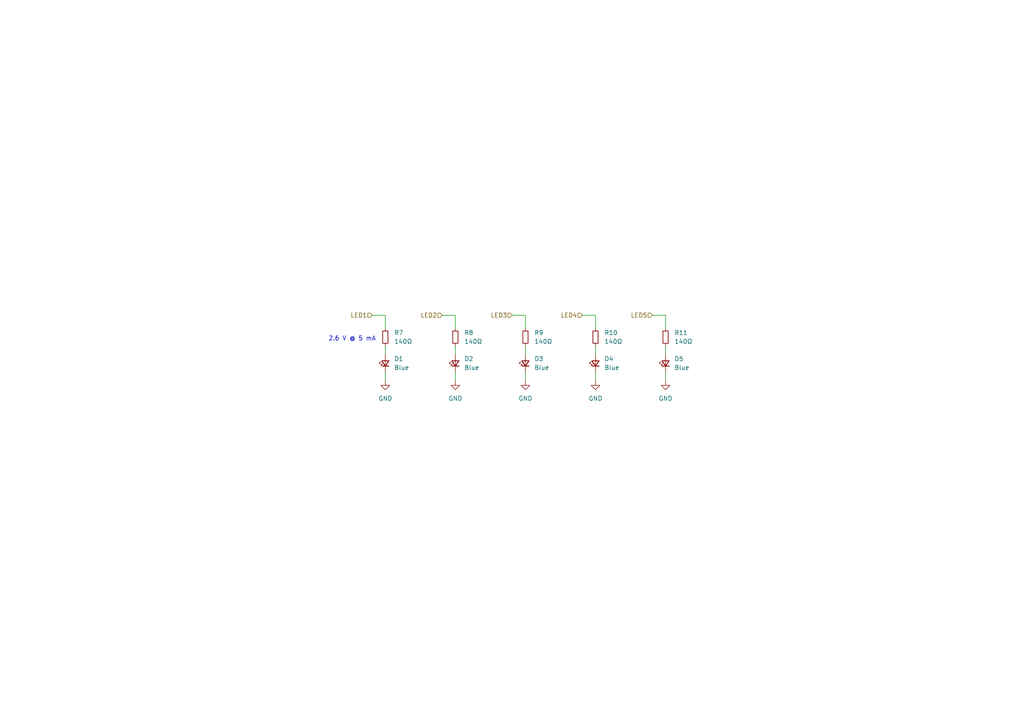
<source format=kicad_sch>
(kicad_sch (version 20211123) (generator eeschema)
  (paper "A4")
  (title_block (title "Debug LEDs") (date "2023-01-10") (rev "${REVISION}") (company "Authors: A. Kotkov, I. Kajdan") (comment 1 "Reviewer: A. Bondyra"))
  (lib_symbols
    (symbol "Device:LED_Small" (pin_numbers hide) (pin_names (offset 0.254) hide)
      (property "Reference" "D" (at -1.27 3.175 0))
      (property "Value" "LED_Small" (at -4.445 -2.54 0))
      (symbol "LED_Small_0_1"
        (polyline (pts (xy -0.762 -1.016) (xy -0.762 1.016)) (stroke (width 0.254)))
        (polyline (pts (xy 1.016 0) (xy -0.762 0)))
        (polyline (pts (xy 0.762 -1.016) (xy -0.762 0) (xy 0.762 1.016) (xy 0.762 -1.016)) (stroke (width 0.254)))
        (polyline (pts (xy 0 0.762) (xy -0.508 1.27) (xy -0.254 1.27) (xy -0.508 1.27) (xy -0.508 1.016)))
        (polyline (pts (xy 0.508 1.27) (xy 0 1.778) (xy 0.254 1.778) (xy 0 1.778) (xy 0 1.524)))
      )
      (symbol "LED_Small_1_1"
        (pin passive line (at -2.54 0 0) (length 1.778) (name "K") (number "1"))
        (pin passive line (at 2.54 0 180) (length 1.778) (name "A") (number "2"))
      )
    )
    (symbol "Device:R_Small" (pin_numbers hide) (pin_names (offset 0.254) hide)
      (property "Reference" "R" (at 0.762 0.508 0))
      (property "Value" "R_Small" (at 0.762 -1.016 0))
      (symbol "R_Small_0_1"
        (rectangle (start -0.762 1.778) (end 0.762 -1.778) (stroke (width 0.2032)))
      )
      (symbol "R_Small_1_1"
        (pin passive line (at 0 2.54 270) (length 0.762) (name "~") (number "1"))
        (pin passive line (at 0 -2.54 90) (length 0.762) (name "~") (number "2"))
      )
    )
    (symbol "power:GND" (power) (pin_names (offset 0))
      (property "Value" "GND" (at 0 -3.81 0))
      (symbol "GND_0_1"
        (polyline (pts (xy 0 0) (xy 0 -1.27) (xy 1.27 -1.27) (xy 0 -2.54) (xy -1.27 -1.27) (xy 0 -1.27)))
      )
      (symbol "GND_1_1"
        (pin power_in line (at 0 0 270) (length 0) hide (name "GND") (number "1"))
      )
    )
  )
  (wire (pts (xy 193.04 95.25) (xy 193.04 91.44)))
  (wire (pts (xy 128.27 91.44) (xy 132.08 91.44)))
  (wire (pts (xy 148.59 91.44) (xy 152.4 91.44)))
  (wire (pts (xy 111.76 100.33) (xy 111.76 102.87)))
  (wire (pts (xy 172.72 100.33) (xy 172.72 102.87)))
  (wire (pts (xy 189.23 91.44) (xy 193.04 91.44)))
  (wire (pts (xy 152.4 100.33) (xy 152.4 102.87)))
  (wire (pts (xy 132.08 107.95) (xy 132.08 110.49)))
  (wire (pts (xy 168.91 91.44) (xy 172.72 91.44)))
  (wire (pts (xy 172.72 95.25) (xy 172.72 91.44)))
  (wire (pts (xy 107.95 91.44) (xy 111.76 91.44)))
  (wire (pts (xy 172.72 107.95) (xy 172.72 110.49)))
  (wire (pts (xy 152.4 107.95) (xy 152.4 110.49)))
  (wire (pts (xy 193.04 107.95) (xy 193.04 110.49)))
  (wire (pts (xy 193.04 100.33) (xy 193.04 102.87)))
  (wire (pts (xy 132.08 100.33) (xy 132.08 102.87)))
  (wire (pts (xy 152.4 95.25) (xy 152.4 91.44)))
  (wire (pts (xy 111.76 107.95) (xy 111.76 110.49)))
  (wire (pts (xy 111.76 95.25) (xy 111.76 91.44)))
  (wire (pts (xy 132.08 95.25) (xy 132.08 91.44)))
  (text "2.6 V @ 5 mA" (at 95.25 99.06 0) (effects (font (size 1.27 1.27)) (justify left bottom)))
  (hierarchical_label "LED1" (shape input) (at 107.95 91.44 180))
  (hierarchical_label "LED3" (shape input) (at 148.59 91.44 180))
  (hierarchical_label "LED5" (shape input) (at 189.23 91.44 180))
  (hierarchical_label "LED2" (shape input) (at 128.27 91.44 180))
  (hierarchical_label "LED4" (shape input) (at 168.91 91.44 180))
  (symbol (lib_id "Device:LED_Small") (at 152.4 105.41 90) (unit 1)
    (property "Reference" "D3" (at 154.94 104.0764 90) (effects (justify right)))
    (property "Value" "Blue" (at 154.94 106.6164 90) (effects (justify right)))
    (property "Footprint" "LED_SMD:LED_0603_1608Metric" (effects hide))
  )
  (symbol (lib_id "power:GND") (at 193.04 110.49 0) (unit 1)
    (property "Reference" "#PWR030" (effects hide))
    (property "Value" "GND" (at 193.04 115.57 0))
  )
  (symbol (lib_id "Device:LED_Small") (at 172.72 105.41 90) (unit 1)
    (property "Reference" "D4" (at 175.26 104.0764 90) (effects (justify right)))
    (property "Value" "Blue" (at 175.26 106.6164 90) (effects (justify right)))
    (property "Footprint" "LED_SMD:LED_0603_1608Metric" (effects hide))
  )
  (symbol (lib_id "Device:LED_Small") (at 193.04 105.41 90) (unit 1)
    (property "Reference" "D5" (at 195.58 104.0764 90) (effects (justify right)))
    (property "Value" "Blue" (at 195.58 106.6164 90) (effects (justify right)))
    (property "Footprint" "LED_SMD:LED_0603_1608Metric" (effects hide))
  )
  (symbol (lib_id "power:GND") (at 132.08 110.49 0) (unit 1)
    (property "Reference" "#PWR027" (effects hide))
    (property "Value" "GND" (at 132.08 115.57 0))
  )
  (symbol (lib_id "Device:R_Small") (at 193.04 97.79 0) (unit 1)
    (property "Reference" "R11" (at 195.58 96.5199 0) (effects (justify left)))
    (property "Value" "140Ω" (at 195.58 99.0599 0) (effects (justify left)))
    (property "Footprint" "Resistor_SMD:R_0603_1608Metric" (effects hide))
  )
  (symbol (lib_id "Device:R_Small") (at 111.76 97.79 0) (unit 1)
    (property "Reference" "R7" (at 114.3 96.5199 0) (effects (justify left)))
    (property "Value" "140Ω" (at 114.3 99.0599 0) (effects (justify left)))
    (property "Footprint" "Resistor_SMD:R_0603_1608Metric" (effects hide))
  )
  (symbol (lib_id "power:GND") (at 172.72 110.49 0) (unit 1)
    (property "Reference" "#PWR029" (effects hide))
    (property "Value" "GND" (at 172.72 115.57 0))
  )
  (symbol (lib_id "Device:R_Small") (at 172.72 97.79 0) (unit 1)
    (property "Reference" "R10" (at 175.26 96.5199 0) (effects (justify left)))
    (property "Value" "140Ω" (at 175.26 99.0599 0) (effects (justify left)))
    (property "Footprint" "Resistor_SMD:R_0603_1608Metric" (effects hide))
  )
  (symbol (lib_id "Device:R_Small") (at 152.4 97.79 0) (unit 1)
    (property "Reference" "R9" (at 154.94 96.5199 0) (effects (justify left)))
    (property "Value" "140Ω" (at 154.94 99.0599 0) (effects (justify left)))
    (property "Footprint" "Resistor_SMD:R_0603_1608Metric" (effects hide))
  )
  (symbol (lib_id "Device:LED_Small") (at 111.76 105.41 90) (unit 1)
    (property "Reference" "D1" (at 114.3 104.0764 90) (effects (justify right)))
    (property "Value" "Blue" (at 114.3 106.6164 90) (effects (justify right)))
    (property "Footprint" "LED_SMD:LED_0603_1608Metric" (effects hide))
  )
  (symbol (lib_id "power:GND") (at 152.4 110.49 0) (unit 1)
    (property "Reference" "#PWR028" (effects hide))
    (property "Value" "GND" (at 152.4 115.57 0))
  )
  (symbol (lib_id "Device:LED_Small") (at 132.08 105.41 90) (unit 1)
    (property "Reference" "D2" (at 134.62 104.0764 90) (effects (justify right)))
    (property "Value" "Blue" (at 134.62 106.6164 90) (effects (justify right)))
    (property "Footprint" "LED_SMD:LED_0603_1608Metric" (effects hide))
  )
  (symbol (lib_id "power:GND") (at 111.76 110.49 0) (unit 1)
    (property "Reference" "#PWR026" (effects hide))
    (property "Value" "GND" (at 111.76 115.57 0))
  )
  (symbol (lib_id "Device:R_Small") (at 132.08 97.79 0) (unit 1)
    (property "Reference" "R8" (at 134.62 96.5199 0) (effects (justify left)))
    (property "Value" "140Ω" (at 134.62 99.0599 0) (effects (justify left)))
    (property "Footprint" "Resistor_SMD:R_0603_1608Metric" (effects hide))
  )
)
</source>
